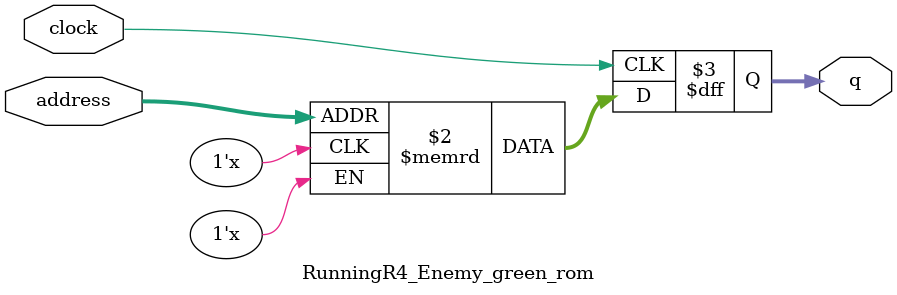
<source format=sv>
module RunningR4_Enemy_green_rom (
	input logic clock,
	input logic [11:0] address,
	output logic [2:0] q
);

logic [2:0] memory [0:2639] /* synthesis ram_init_file = "./RunningR4_Enemy_green/RunningR4_Enemy_green.mif" */;

always_ff @ (posedge clock) begin
	q <= memory[address];
end

endmodule

</source>
